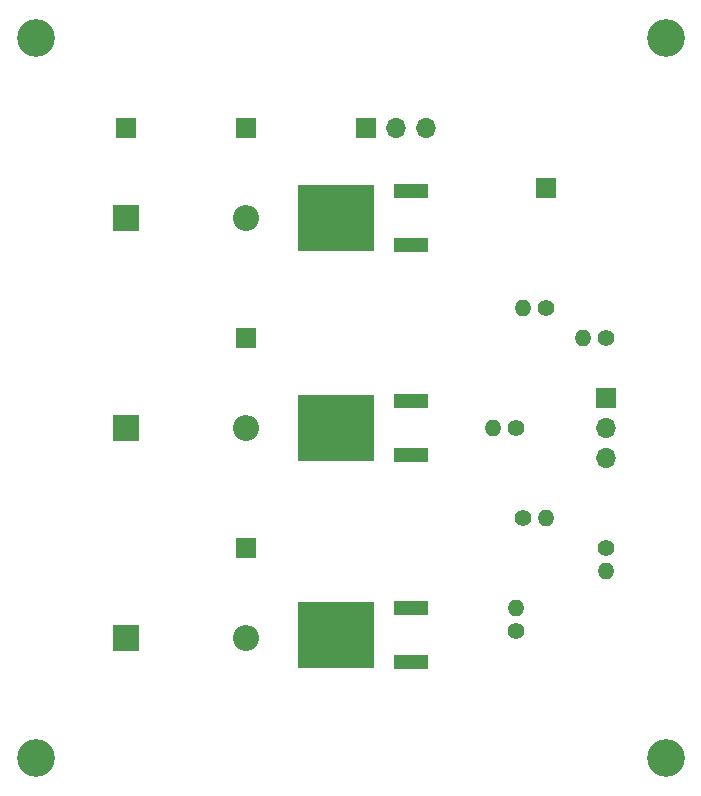
<source format=gbr>
%TF.GenerationSoftware,KiCad,Pcbnew,(6.0.1-0)*%
%TF.CreationDate,2022-02-23T15:31:50-05:00*%
%TF.ProjectId,PCB - Controls,50434220-2d20-4436-9f6e-74726f6c732e,rev?*%
%TF.SameCoordinates,Original*%
%TF.FileFunction,Soldermask,Top*%
%TF.FilePolarity,Negative*%
%FSLAX46Y46*%
G04 Gerber Fmt 4.6, Leading zero omitted, Abs format (unit mm)*
G04 Created by KiCad (PCBNEW (6.0.1-0)) date 2022-02-23 15:31:50*
%MOMM*%
%LPD*%
G01*
G04 APERTURE LIST*
%ADD10C,1.400000*%
%ADD11O,1.400000X1.400000*%
%ADD12R,1.700000X1.700000*%
%ADD13O,1.700000X1.700000*%
%ADD14C,3.200000*%
%ADD15R,2.200000X2.200000*%
%ADD16O,2.200000X2.200000*%
%ADD17R,2.850000X1.250000*%
%ADD18R,6.500000X5.550000*%
G04 APERTURE END LIST*
D10*
%TO.C,R6*%
X162560000Y-86360000D03*
D11*
X160660000Y-86360000D03*
%TD*%
D10*
%TO.C,R5*%
X170180000Y-78740000D03*
D11*
X168280000Y-78740000D03*
%TD*%
D10*
%TO.C,R4*%
X170180000Y-96520000D03*
D11*
X170180000Y-98420000D03*
%TD*%
D12*
%TO.C,J6*%
X149860000Y-60960000D03*
D13*
X152400000Y-60960000D03*
X154940000Y-60960000D03*
%TD*%
D14*
%TO.C,REF\u002A\u002A*%
X121920000Y-114300000D03*
%TD*%
D15*
%TO.C,D2*%
X129540000Y-86360000D03*
D16*
X139700000Y-86360000D03*
%TD*%
D10*
%TO.C,R1*%
X165100000Y-76200000D03*
D11*
X163200000Y-76200000D03*
%TD*%
D12*
%TO.C,J2*%
X139700000Y-60960000D03*
%TD*%
D14*
%TO.C,REF\u002A\u002A*%
X121920000Y-53340000D03*
%TD*%
D17*
%TO.C,Q1*%
X153720000Y-70860000D03*
D18*
X147320000Y-68580000D03*
D17*
X153720000Y-66300000D03*
%TD*%
D14*
%TO.C,REF\u002A\u002A*%
X175260000Y-53340000D03*
%TD*%
D15*
%TO.C,D3*%
X129540000Y-104140000D03*
D16*
X139700000Y-104140000D03*
%TD*%
D10*
%TO.C,R2*%
X163200000Y-93980000D03*
D11*
X165100000Y-93980000D03*
%TD*%
D14*
%TO.C,REF\u002A\u002A*%
X175260000Y-114300000D03*
%TD*%
D15*
%TO.C,D1*%
X129540000Y-68580000D03*
D16*
X139700000Y-68580000D03*
%TD*%
D10*
%TO.C,R3*%
X162560000Y-103500000D03*
D11*
X162560000Y-101600000D03*
%TD*%
D12*
%TO.C,J8*%
X165100000Y-66040000D03*
%TD*%
%TO.C,J4*%
X139700000Y-96520000D03*
%TD*%
%TO.C,J5*%
X129540000Y-60960000D03*
%TD*%
D17*
%TO.C,Q3*%
X153720000Y-106160000D03*
D18*
X147320000Y-103880000D03*
D17*
X153720000Y-101600000D03*
%TD*%
%TO.C,Q2*%
X153720000Y-88640000D03*
D18*
X147320000Y-86360000D03*
D17*
X153720000Y-84080000D03*
%TD*%
D12*
%TO.C,J3*%
X139700000Y-78740000D03*
%TD*%
%TO.C,J1*%
X170180000Y-83820000D03*
D13*
X170180000Y-86360000D03*
X170180000Y-88900000D03*
%TD*%
M02*

</source>
